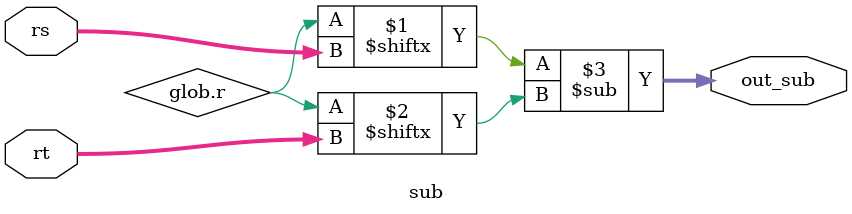
<source format=v>
module sub
(
	input [4:0] rs, rt,
	output [31:0] out_sub
);
assign out_sub = glob.r[rs] - glob.r[rt];
endmodule

</source>
